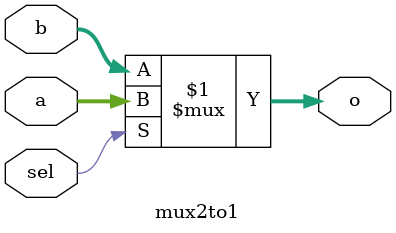
<source format=v>
module mux2to1(input[3:0] a, input[3:0] b, input sel, output[3:0] o);
    assign o = sel ? a:b;
endmodule

</source>
